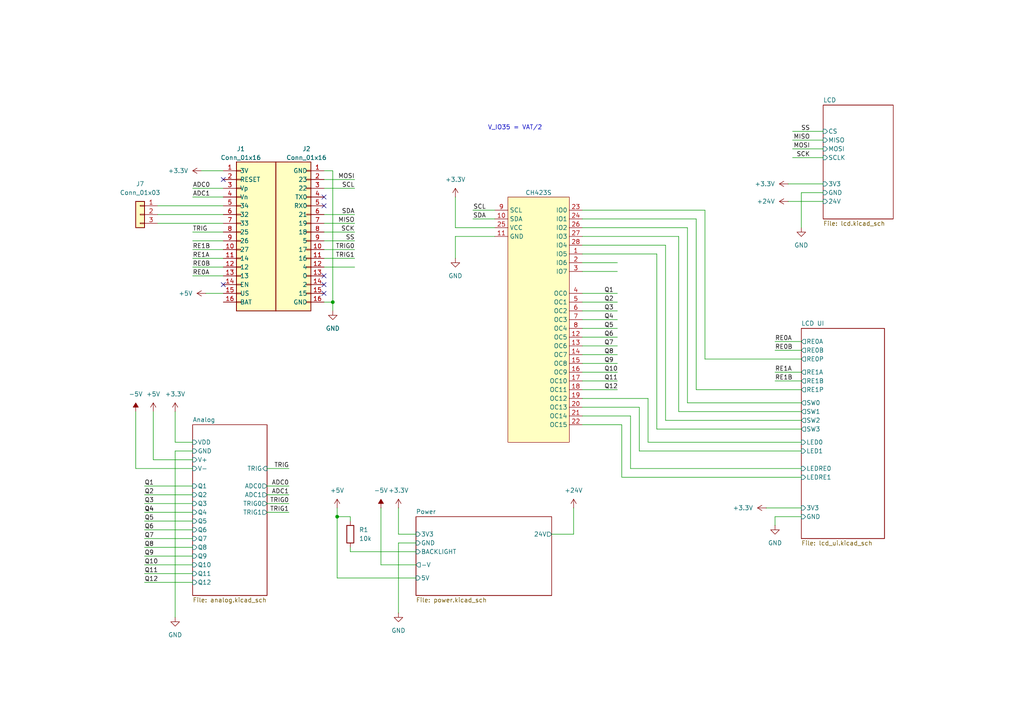
<source format=kicad_sch>
(kicad_sch (version 20250114) (generator "eeschema") (generator_version "9.0")
  (paper "A4")
  (lib_symbols
    (symbol "Conn_01x16_1" (pin_names (offset 1.016))
      (property "Reference" "J5" (at 0 24.13 0))
      (property "Value" "Conn_01x16" (at 0 21.59 0))
      (symbol "Conn_01x16_1_1_1"
        (rectangle (start -1.27 20.32) (end 10.16 -22.86) (stroke (width 0.254)) (fill (type background)))
        (rectangle (start -1.27 17.907) (end 0 17.653) (stroke (width 0.1524)))
        (rectangle (start -1.27 15.367) (end 0 15.113) (stroke (width 0.1524)))
        (rectangle (start -1.27 12.827) (end 0 12.573) (stroke (width 0.1524)))
        (rectangle (start -1.27 10.287) (end 0 10.033) (stroke (width 0.1524)))
        (rectangle (start -1.27 7.747) (end 0 7.493) (stroke (width 0.1524)))
        (rectangle (start -1.27 5.207) (end 0 4.953) (stroke (width 0.1524)))
        (rectangle (start -1.27 2.667) (end 0 2.413) (stroke (width 0.1524)))
        (rectangle (start -1.27 0.127) (end 0 -0.127) (stroke (width 0.1524)))
        (rectangle (start -1.27 -2.413) (end 0 -2.667) (stroke (width 0.1524)))
        (rectangle (start -1.27 -4.953) (end 0 -5.207) (stroke (width 0.1524)))
        (rectangle (start -1.27 -7.493) (end 0 -7.747) (stroke (width 0.1524)))
        (rectangle (start -1.27 -10.033) (end 0 -10.287) (stroke (width 0.1524)))
        (rectangle (start -1.27 -12.573) (end 0 -12.827) (stroke (width 0.1524)))
        (rectangle (start -1.27 -15.113) (end 0 -15.367) (stroke (width 0.1524)))
        (rectangle (start -1.27 -17.653) (end 0 -17.907) (stroke (width 0.1524)))
        (rectangle (start -1.27 -20.193) (end 0 -20.447) (stroke (width 0.1524)))
        (pin passive line (at -5.08 17.78 0) (length 3.81) (name "3V") (number "1"))
        (pin passive line (at -5.08 15.24 0) (length 3.81) (name "RESET") (number "2"))
        (pin passive line (at -5.08 12.7 0) (length 3.81) (name "Vp") (number "3"))
        (pin passive line (at -5.08 10.16 0) (length 3.81) (name "Vn") (number "4"))
        (pin passive line (at -5.08 7.62 0) (length 3.81) (name "34") (number "5"))
        (pin passive line (at -5.08 5.08 0) (length 3.81) (name "32") (number "6"))
        (pin passive line (at -5.08 2.54 0) (length 3.81) (name "33") (number "7"))
        (pin passive line (at -5.08 0 0) (length 3.81) (name "25") (number "8"))
        (pin passive line (at -5.08 -2.54 0) (length 3.81) (name "26") (number "9"))
        (pin passive line (at -5.08 -5.08 0) (length 3.81) (name "27") (number "10"))
        (pin passive line (at -5.08 -7.62 0) (length 3.81) (name "14") (number "11"))
        (pin passive line (at -5.08 -10.16 0) (length 3.81) (name "12") (number "12"))
        (pin passive line (at -5.08 -12.7 0) (length 3.81) (name "13") (number "13"))
        (pin passive line (at -5.08 -15.24 0) (length 3.81) (name "EN") (number "14"))
        (pin passive line (at -5.08 -17.78 0) (length 3.81) (name "US") (number "15"))
        (pin passive line (at -5.08 -20.32 0) (length 3.81) (name "BAT") (number "16"))
      )
    )
    (symbol "Connector_Generic:Conn_01x03" (pin_names (offset 1.016) (hide yes))
      (property "Reference" "J" (at 0 5.08 0))
      (property "Value" "Conn_01x03" (at 0 -5.08 0))
      (symbol "Conn_01x03_1_1"
        (rectangle (start -1.27 3.81) (end 1.27 -3.81) (stroke (width 0.254)) (fill (type background)))
        (rectangle (start -1.27 2.667) (end 0 2.413) (stroke (width 0.1524)))
        (rectangle (start -1.27 0.127) (end 0 -0.127) (stroke (width 0.1524)))
        (rectangle (start -1.27 -2.413) (end 0 -2.667) (stroke (width 0.1524)))
        (pin passive line (at -5.08 2.54 0) (length 3.81) (name "Pin_1") (number "1"))
        (pin passive line (at -5.08 0 0) (length 3.81) (name "Pin_2") (number "2"))
        (pin passive line (at -5.08 -2.54 0) (length 3.81) (name "Pin_3") (number "3"))
      )
    )
    (symbol "Connector_Generic:Conn_01x16" (pin_names (offset 1.016))
      (property "Reference" "J6" (at 0 24.13 0))
      (property "Value" "Conn_01x16" (at 0 21.59 0))
      (symbol "Conn_01x16_1_1"
        (rectangle (start -1.27 20.32) (end 8.89 -22.86) (stroke (width 0.254)) (fill (type background)))
        (rectangle (start -1.27 17.907) (end 0 17.653) (stroke (width 0.1524)))
        (rectangle (start -1.27 15.367) (end 0 15.113) (stroke (width 0.1524)))
        (rectangle (start -1.27 12.827) (end 0 12.573) (stroke (width 0.1524)))
        (rectangle (start -1.27 10.287) (end 0 10.033) (stroke (width 0.1524)))
        (rectangle (start -1.27 7.747) (end 0 7.493) (stroke (width 0.1524)))
        (rectangle (start -1.27 5.207) (end 0 4.953) (stroke (width 0.1524)))
        (rectangle (start -1.27 2.667) (end 0 2.413) (stroke (width 0.1524)))
        (rectangle (start -1.27 0.127) (end 0 -0.127) (stroke (width 0.1524)))
        (rectangle (start -1.27 -2.413) (end 0 -2.667) (stroke (width 0.1524)))
        (rectangle (start -1.27 -4.953) (end 0 -5.207) (stroke (width 0.1524)))
        (rectangle (start -1.27 -7.493) (end 0 -7.747) (stroke (width 0.1524)))
        (rectangle (start -1.27 -10.033) (end 0 -10.287) (stroke (width 0.1524)))
        (rectangle (start -1.27 -12.573) (end 0 -12.827) (stroke (width 0.1524)))
        (rectangle (start -1.27 -15.113) (end 0 -15.367) (stroke (width 0.1524)))
        (rectangle (start -1.27 -17.653) (end 0 -17.907) (stroke (width 0.1524)))
        (rectangle (start -1.27 -20.193) (end 0 -20.447) (stroke (width 0.1524)))
        (pin passive line (at -5.08 17.78 0) (length 3.81) (name "GND") (number "1"))
        (pin passive line (at -5.08 15.24 0) (length 3.81) (name "23") (number "2"))
        (pin passive line (at -5.08 12.7 0) (length 3.81) (name "22") (number "3"))
        (pin passive line (at -5.08 10.16 0) (length 3.81) (name "TX0") (number "4"))
        (pin passive line (at -5.08 7.62 0) (length 3.81) (name "RX0") (number "5"))
        (pin passive line (at -5.08 5.08 0) (length 3.81) (name "21") (number "6"))
        (pin passive line (at -5.08 2.54 0) (length 3.81) (name "19") (number "7"))
        (pin passive line (at -5.08 0 0) (length 3.81) (name "18") (number "8"))
        (pin passive line (at -5.08 -2.54 0) (length 3.81) (name "5") (number "9"))
        (pin passive line (at -5.08 -5.08 0) (length 3.81) (name "17") (number "10"))
        (pin passive line (at -5.08 -7.62 0) (length 3.81) (name "16") (number "11"))
        (pin passive line (at -5.08 -10.16 0) (length 3.81) (name "4") (number "12"))
        (pin passive line (at -5.08 -12.7 0) (length 3.81) (name "0") (number "13"))
        (pin passive line (at -5.08 -15.24 0) (length 3.81) (name "2") (number "14"))
        (pin passive line (at -5.08 -17.78 0) (length 3.81) (name "15") (number "15"))
        (pin passive line (at -5.08 -20.32 0) (length 3.81) (name "GND") (number "16"))
      )
    )
    (symbol "Device:R" (pin_numbers (hide yes)) (pin_names (offset 0))
      (property "Reference" "R" (at 2.032 0 90))
      (property "Value" "R" (at 0 0 90))
      (symbol "R_0_1"
        (rectangle (start -1.016 -2.54) (end 1.016 2.54) (stroke (width 0.254)))
      )
      (symbol "R_1_1"
        (pin passive line (at 0 3.81 270) (length 1.27) (name "~") (number "1"))
        (pin passive line (at 0 -3.81 90) (length 1.27) (name "~") (number "2"))
      )
    )
    (symbol "giho_user:CH423s"
      (symbol "CH423s_1_0"
        (pin bidirectional line (at -12.7 -8.89 0) (length 3.81) (name "SDA") (number "10"))
      )
      (symbol "CH423s_1_1"
        (rectangle (start -8.89 -2.54) (end 8.89 -73.66) (fill (type background)))
        (pin bidirectional line (at -12.7 -6.35 0) (length 3.81) (name "SCL") (number "9"))
        (pin power_in line (at -12.7 -11.43 0) (length 3.81) (name "VCC") (number "25"))
        (pin power_in line (at -12.7 -13.97 0) (length 3.81) (name "GND") (number "11"))
        (pin bidirectional line (at 12.7 -6.35 180) (length 3.81) (name "IO0") (number "23"))
        (pin bidirectional line (at 12.7 -8.89 180) (length 3.81) (name "IO1") (number "24"))
        (pin bidirectional line (at 12.7 -11.43 180) (length 3.81) (name "IO2") (number "26"))
        (pin bidirectional line (at 12.7 -13.97 180) (length 3.81) (name "IO3") (number "27"))
        (pin bidirectional line (at 12.7 -16.51 180) (length 3.81) (name "IO4") (number "28"))
        (pin bidirectional line (at 12.7 -19.05 180) (length 3.81) (name "IO5") (number "1"))
        (pin bidirectional line (at 12.7 -21.59 180) (length 3.81) (name "IO6") (number "2"))
        (pin bidirectional line (at 12.7 -24.13 180) (length 3.81) (name "IO7") (number "3"))
        (pin output line (at 12.7 -30.48 180) (length 3.81) (name "OC0") (number "4"))
        (pin output line (at 12.7 -33.02 180) (length 3.81) (name "OC1") (number "5"))
        (pin output line (at 12.7 -35.56 180) (length 3.81) (name "OC2") (number "6"))
        (pin output line (at 12.7 -38.1 180) (length 3.81) (name "OC3") (number "7"))
        (pin output line (at 12.7 -40.64 180) (length 3.81) (name "OC4") (number "8"))
        (pin output line (at 12.7 -43.18 180) (length 3.81) (name "OC5") (number "12"))
        (pin output line (at 12.7 -45.72 180) (length 3.81) (name "OC6") (number "13"))
        (pin output line (at 12.7 -48.26 180) (length 3.81) (name "OC7") (number "14"))
        (pin output line (at 12.7 -50.8 180) (length 3.81) (name "OC8") (number "15"))
        (pin output line (at 12.7 -53.34 180) (length 3.81) (name "OC9") (number "16"))
        (pin output line (at 12.7 -55.88 180) (length 3.81) (name "OC10") (number "17"))
        (pin output line (at 12.7 -58.42 180) (length 3.81) (name "OC11") (number "18"))
        (pin output line (at 12.7 -60.96 180) (length 3.81) (name "OC12") (number "19"))
        (pin output line (at 12.7 -63.5 180) (length 3.81) (name "OC13") (number "20"))
        (pin output line (at 12.7 -66.04 180) (length 3.81) (name "OC14") (number "21"))
        (pin output line (at 12.7 -68.58 180) (length 3.81) (name "OC15") (number "22"))
      )
    )
    (symbol "power:+24V" (power) (pin_numbers (hide yes)) (pin_names (offset 0) (hide yes))
      (property "Value" "+24V" (at 0 3.556 0))
      (symbol "+24V_0_1"
        (polyline (pts (xy -0.762 1.27) (xy 0 2.54)))
        (polyline (pts (xy 0 2.54) (xy 0.762 1.27)))
        (polyline (pts (xy 0 0) (xy 0 2.54)))
      )
      (symbol "+24V_1_1"
        (pin power_in line (at 0 0 90) (length 0) (name "~") (number "1"))
      )
    )
    (symbol "power:+3.3V" (power) (pin_numbers (hide yes)) (pin_names (offset 0) (hide yes))
      (property "Value" "+3.3V" (at 0 3.556 0))
      (symbol "+3.3V_0_1"
        (polyline (pts (xy -0.762 1.27) (xy 0 2.54)))
        (polyline (pts (xy 0 2.54) (xy 0.762 1.27)))
        (polyline (pts (xy 0 0) (xy 0 2.54)))
      )
      (symbol "+3.3V_1_1"
        (pin power_in line (at 0 0 90) (length 0) (name "~") (number "1"))
      )
    )
    (symbol "power:+5V" (power) (pin_numbers (hide yes)) (pin_names (offset 0) (hide yes))
      (property "Value" "+5V" (at 0 3.556 0))
      (symbol "+5V_0_1"
        (polyline (pts (xy -0.762 1.27) (xy 0 2.54)))
        (polyline (pts (xy 0 2.54) (xy 0.762 1.27)))
        (polyline (pts (xy 0 0) (xy 0 2.54)))
      )
      (symbol "+5V_1_1"
        (pin power_in line (at 0 0 90) (length 0) (name "~") (number "1"))
      )
    )
    (symbol "power:-5V" (power) (pin_numbers (hide yes)) (pin_names (offset 0) (hide yes))
      (property "Value" "-5V" (at 0 3.556 0))
      (symbol "-5V_0_0"
        (pin power_in line (at 0 0 90) (length 0) (name "~") (number "1"))
      )
      (symbol "-5V_0_1"
        (polyline (pts (xy 0 0) (xy 0 1.27) (xy 0.762 1.27) (xy 0 2.54) (xy -0.762 1.27) (xy 0 1.27)) (fill (type outline)))
      )
    )
    (symbol "power:GND" (power) (pin_numbers (hide yes)) (pin_names (offset 0) (hide yes))
      (property "Value" "GND" (at 0 -3.81 0))
      (symbol "GND_0_1"
        (polyline (pts (xy 0 0) (xy 0 -1.27) (xy 1.27 -1.27) (xy 0 -2.54) (xy -1.27 -1.27) (xy 0 -1.27)))
      )
      (symbol "GND_1_1"
        (pin power_in line (at 0 0 270) (length 0) (name "~") (number "1"))
      )
    )
  )
  (text "V_IO35 = VAT/2\n" (at 141.478 37.084 0) (effects (font (size 1.27 1.27)) (justify left)))
  (junction (at 97.79 149.86))
  (junction (at 96.52 87.63))
  (no_connect (at 64.77 52.07))
  (no_connect (at 64.77 82.55))
  (no_connect (at 93.98 85.09))
  (no_connect (at 93.98 59.69))
  (no_connect (at 93.98 80.01))
  (no_connect (at 93.98 82.55))
  (no_connect (at 93.98 57.15))
  (wire (pts (xy 187.96 115.57) (xy 187.96 128.27)))
  (wire (pts (xy 168.91 85.09) (xy 179.07 85.09)))
  (wire (pts (xy 168.91 105.41) (xy 179.07 105.41)))
  (wire (pts (xy 93.98 69.85) (xy 102.87 69.85)))
  (wire (pts (xy 101.6 160.02) (xy 101.6 158.75)))
  (wire (pts (xy 180.34 123.19) (xy 180.34 138.43)))
  (wire (pts (xy 55.88 74.93) (xy 64.77 74.93)))
  (wire (pts (xy 168.91 76.2) (xy 179.07 76.2)))
  (wire (pts (xy 168.91 73.66) (xy 190.5 73.66)))
  (wire (pts (xy 58.42 49.53) (xy 64.77 49.53)))
  (wire (pts (xy 196.85 119.38) (xy 232.41 119.38)))
  (wire (pts (xy 232.41 66.04) (xy 232.41 55.88)))
  (wire (pts (xy 97.79 149.86) (xy 97.79 167.64)))
  (wire (pts (xy 137.16 60.96) (xy 143.51 60.96)))
  (wire (pts (xy 229.87 45.72) (xy 238.76 45.72)))
  (wire (pts (xy 199.39 116.84) (xy 199.39 66.04)))
  (wire (pts (xy 224.79 99.06) (xy 232.41 99.06)))
  (wire (pts (xy 120.65 154.94) (xy 115.57 154.94)))
  (wire (pts (xy 168.91 78.74) (xy 179.07 78.74)))
  (wire (pts (xy 101.6 149.86) (xy 97.79 149.86)))
  (wire (pts (xy 185.42 130.81) (xy 185.42 118.11)))
  (wire (pts (xy 120.65 157.48) (xy 115.57 157.48)))
  (wire (pts (xy 96.52 90.17) (xy 96.52 87.63)))
  (wire (pts (xy 168.91 63.5) (xy 201.93 63.5)))
  (wire (pts (xy 41.91 146.05) (xy 55.88 146.05)))
  (wire (pts (xy 55.88 54.61) (xy 64.77 54.61)))
  (wire (pts (xy 97.79 167.64) (xy 120.65 167.64)))
  (wire (pts (xy 132.08 74.93) (xy 132.08 68.58)))
  (wire (pts (xy 229.87 38.1) (xy 238.76 38.1)))
  (wire (pts (xy 168.91 102.87) (xy 179.07 102.87)))
  (wire (pts (xy 97.79 147.32) (xy 97.79 149.86)))
  (wire (pts (xy 110.49 163.83) (xy 120.65 163.83)))
  (wire (pts (xy 193.04 121.92) (xy 232.41 121.92)))
  (wire (pts (xy 232.41 55.88) (xy 238.76 55.88)))
  (wire (pts (xy 132.08 66.04) (xy 143.51 66.04)))
  (wire (pts (xy 185.42 130.81) (xy 232.41 130.81)))
  (wire (pts (xy 41.91 161.29) (xy 55.88 161.29)))
  (wire (pts (xy 77.47 146.05) (xy 83.82 146.05)))
  (wire (pts (xy 45.72 64.77) (xy 64.77 64.77)))
  (wire (pts (xy 45.72 59.69) (xy 64.77 59.69)))
  (wire (pts (xy 190.5 73.66) (xy 190.5 124.46)))
  (wire (pts (xy 93.98 54.61) (xy 102.87 54.61)))
  (wire (pts (xy 132.08 57.15) (xy 132.08 66.04)))
  (wire (pts (xy 41.91 140.97) (xy 55.88 140.97)))
  (wire (pts (xy 196.85 68.58) (xy 196.85 119.38)))
  (wire (pts (xy 93.98 62.23) (xy 102.87 62.23)))
  (wire (pts (xy 187.96 128.27) (xy 232.41 128.27)))
  (wire (pts (xy 229.87 43.18) (xy 238.76 43.18)))
  (wire (pts (xy 101.6 160.02) (xy 120.65 160.02)))
  (wire (pts (xy 77.47 135.89) (xy 83.82 135.89)))
  (wire (pts (xy 41.91 168.91) (xy 55.88 168.91)))
  (wire (pts (xy 168.91 120.65) (xy 182.88 120.65)))
  (wire (pts (xy 168.91 115.57) (xy 187.96 115.57)))
  (wire (pts (xy 182.88 120.65) (xy 182.88 135.89)))
  (wire (pts (xy 193.04 121.92) (xy 193.04 71.12)))
  (wire (pts (xy 201.93 63.5) (xy 201.93 113.03)))
  (wire (pts (xy 77.47 143.51) (xy 83.82 143.51)))
  (wire (pts (xy 168.91 71.12) (xy 193.04 71.12)))
  (wire (pts (xy 55.88 67.31) (xy 64.77 67.31)))
  (wire (pts (xy 55.88 77.47) (xy 64.77 77.47)))
  (wire (pts (xy 168.91 118.11) (xy 185.42 118.11)))
  (wire (pts (xy 110.49 147.32) (xy 110.49 163.83)))
  (wire (pts (xy 50.8 128.27) (xy 50.8 119.38)))
  (wire (pts (xy 115.57 154.94) (xy 115.57 147.32)))
  (wire (pts (xy 41.91 153.67) (xy 55.88 153.67)))
  (wire (pts (xy 41.91 156.21) (xy 55.88 156.21)))
  (wire (pts (xy 77.47 140.97) (xy 83.82 140.97)))
  (wire (pts (xy 168.91 87.63) (xy 179.07 87.63)))
  (wire (pts (xy 55.88 133.35) (xy 44.45 133.35)))
  (wire (pts (xy 224.79 101.6) (xy 232.41 101.6)))
  (wire (pts (xy 168.91 66.04) (xy 199.39 66.04)))
  (wire (pts (xy 224.79 107.95) (xy 232.41 107.95)))
  (wire (pts (xy 39.37 135.89) (xy 55.88 135.89)))
  (wire (pts (xy 182.88 135.89) (xy 232.41 135.89)))
  (wire (pts (xy 201.93 113.03) (xy 232.41 113.03)))
  (wire (pts (xy 168.91 60.96) (xy 204.47 60.96)))
  (wire (pts (xy 168.91 107.95) (xy 179.07 107.95)))
  (wire (pts (xy 93.98 74.93) (xy 102.87 74.93)))
  (wire (pts (xy 45.72 62.23) (xy 64.77 62.23)))
  (wire (pts (xy 137.16 63.5) (xy 143.51 63.5)))
  (wire (pts (xy 96.52 87.63) (xy 93.98 87.63)))
  (wire (pts (xy 55.88 69.85) (xy 64.77 69.85)))
  (wire (pts (xy 41.91 158.75) (xy 55.88 158.75)))
  (wire (pts (xy 168.91 97.79) (xy 179.07 97.79)))
  (wire (pts (xy 55.88 80.01) (xy 64.77 80.01)))
  (wire (pts (xy 204.47 104.14) (xy 232.41 104.14)))
  (wire (pts (xy 168.91 113.03) (xy 179.07 113.03)))
  (wire (pts (xy 132.08 68.58) (xy 143.51 68.58)))
  (wire (pts (xy 168.91 100.33) (xy 179.07 100.33)))
  (wire (pts (xy 41.91 166.37) (xy 55.88 166.37)))
  (wire (pts (xy 168.91 92.71) (xy 179.07 92.71)))
  (wire (pts (xy 93.98 52.07) (xy 102.87 52.07)))
  (wire (pts (xy 190.5 124.46) (xy 232.41 124.46)))
  (wire (pts (xy 96.52 49.53) (xy 93.98 49.53)))
  (wire (pts (xy 168.91 110.49) (xy 179.07 110.49)))
  (wire (pts (xy 41.91 163.83) (xy 55.88 163.83)))
  (wire (pts (xy 168.91 95.25) (xy 179.07 95.25)))
  (wire (pts (xy 55.88 128.27) (xy 50.8 128.27)))
  (wire (pts (xy 41.91 148.59) (xy 55.88 148.59)))
  (wire (pts (xy 204.47 104.14) (xy 204.47 60.96)))
  (wire (pts (xy 55.88 130.81) (xy 50.8 130.81)))
  (wire (pts (xy 166.37 147.32) (xy 166.37 154.94)))
  (wire (pts (xy 199.39 116.84) (xy 232.41 116.84)))
  (wire (pts (xy 228.6 53.34) (xy 238.76 53.34)))
  (wire (pts (xy 93.98 64.77) (xy 102.87 64.77)))
  (wire (pts (xy 93.98 67.31) (xy 102.87 67.31)))
  (wire (pts (xy 77.47 148.59) (xy 83.82 148.59)))
  (wire (pts (xy 59.69 85.09) (xy 64.77 85.09)))
  (wire (pts (xy 101.6 151.13) (xy 101.6 149.86)))
  (wire (pts (xy 166.37 154.94) (xy 160.02 154.94)))
  (wire (pts (xy 224.79 149.86) (xy 232.41 149.86)))
  (wire (pts (xy 180.34 138.43) (xy 232.41 138.43)))
  (wire (pts (xy 55.88 72.39) (xy 64.77 72.39)))
  (wire (pts (xy 224.79 149.86) (xy 224.79 152.4)))
  (wire (pts (xy 115.57 157.48) (xy 115.57 177.8)))
  (wire (pts (xy 168.91 68.58) (xy 196.85 68.58)))
  (wire (pts (xy 224.79 110.49) (xy 232.41 110.49)))
  (wire (pts (xy 229.87 40.64) (xy 238.76 40.64)))
  (wire (pts (xy 44.45 133.35) (xy 44.45 119.38)))
  (wire (pts (xy 93.98 72.39) (xy 102.87 72.39)))
  (wire (pts (xy 168.91 90.17) (xy 179.07 90.17)))
  (wire (pts (xy 41.91 143.51) (xy 55.88 143.51)))
  (wire (pts (xy 96.52 87.63) (xy 96.52 49.53)))
  (wire (pts (xy 228.6 58.42) (xy 238.76 58.42)))
  (wire (pts (xy 50.8 130.81) (xy 50.8 179.07)))
  (wire (pts (xy 39.37 119.38) (xy 39.37 135.89)))
  (wire (pts (xy 168.91 123.19) (xy 180.34 123.19)))
  (wire (pts (xy 41.91 151.13) (xy 55.88 151.13)))
  (wire (pts (xy 55.88 57.15) (xy 64.77 57.15)))
  (wire (pts (xy 222.25 147.32) (xy 232.41 147.32)))
  (wire (pts (xy 93.98 77.47) (xy 102.87 77.47)))
  (label "Q7" (at 41.91 156.21 0))
  (label "Q2" (at 41.91 143.51 0))
  (label "ADC1" (at 83.82 143.51 180))
  (label "Q1" (at 41.91 140.97 0))
  (label "Q8" (at 41.91 158.75 0))
  (label "RE0B" (at 55.88 77.47 0))
  (label "SCL" (at 140.97 60.96 180))
  (label "Q5" (at 41.91 151.13 0))
  (label "Q11" (at 41.91 166.37 0))
  (label "SDA" (at 102.87 62.23 180))
  (label "ADC0" (at 60.96 54.61 180))
  (label "RE1A" (at 224.79 107.95 0))
  (label "MOSI" (at 234.95 43.18 180))
  (label "TRIG" (at 83.82 135.89 180))
  (label "ADC1" (at 60.96 57.15 180))
  (label "SS" (at 234.95 38.1 180))
  (label "Q5" (at 175.26 95.25 0))
  (label "SCL" (at 102.87 54.61 180))
  (label "Q10" (at 41.91 163.83 0))
  (label "SDA" (at 140.97 63.5 180))
  (label "RE0A" (at 55.88 80.01 0))
  (label "MISO" (at 234.95 40.64 180))
  (label "TRIG0" (at 83.82 146.05 180))
  (label "Q7" (at 175.26 100.33 0))
  (label "MOSI" (at 102.87 52.07 180))
  (label "RE1B" (at 55.88 72.39 0))
  (label "Q9" (at 41.91 161.29 0))
  (label "SCK" (at 102.87 67.31 180))
  (label "Q4" (at 41.91 148.59 0))
  (label "Q9" (at 175.26 105.41 0))
  (label "Q3" (at 175.26 90.17 0))
  (label "Q1" (at 175.26 85.09 0))
  (label "Q11" (at 175.26 110.49 0))
  (label "Q4" (at 175.26 92.71 0))
  (label "SS" (at 102.87 69.85 180))
  (label "ADC0" (at 83.82 140.97 180))
  (label "MISO" (at 102.87 64.77 180))
  (label "Q8" (at 175.26 102.87 0))
  (label "TRIG1" (at 102.87 74.93 180))
  (label "Q12" (at 175.26 113.03 0))
  (label "TRIG" (at 55.88 67.31 0))
  (label "Q6" (at 41.91 153.67 0))
  (label "Q4" (at 41.91 148.59 0))
  (label "RE1A" (at 55.88 74.93 0))
  (label "Q3" (at 41.91 146.05 0))
  (label "Q12" (at 41.91 168.91 0))
  (label "Q10" (at 175.26 107.95 0))
  (label "RE1B" (at 224.79 110.49 0))
  (label "RE0B" (at 224.79 101.6 0))
  (label "TRIG0" (at 102.87 72.39 180))
  (label "Q2" (at 175.26 87.63 0))
  (label "TRIG1" (at 83.82 148.59 180))
  (label "RE0A" (at 224.79 99.06 0))
  (label "SCK" (at 234.95 45.72 180))
  (label "Q6" (at 175.26 97.79 0))
  (symbol (lib_id "Connector_Generic:Conn_01x03") (at 40.64 62.23 0) (mirror y) (unit 1)
    (property "Reference" "J7" (at 40.64 53.34 0))
    (property "Value" "Conn_01x03" (at 40.64 55.88 0))
    (property "Footprint" "Connector_PinHeader_2.54mm:PinHeader_1x03_P2.54mm_Vertical" (effects (hide yes)))
    (property "Description" "Generic connector, single row, 01x03, script generated (kicad-library-utils/schlib/autogen/connector/)" (effects (hide yes)))
  )
  (symbol (lib_id "power:+3.3V") (at 222.25 147.32 90) (unit 1)
    (property "Reference" "#PWR015" (effects (hide yes)))
    (property "Value" "+3.3V" (at 218.44 147.3199 90) (effects (justify left)))
    (property "Description" "Power symbol creates a global label with name \"+3.3V\"" (effects (hide yes)))
  )
  (symbol (lib_id "Device:R") (at 101.6 154.94 0) (unit 1)
    (property "Reference" "R1" (at 104.14 153.6699 0) (effects (justify left)))
    (property "Value" "10k" (at 104.14 156.2099 0) (effects (justify left)))
    (property "Footprint" "Resistor_SMD:R_0402_1005Metric_Pad0.72x0.64mm_HandSolder" (effects (hide yes)))
    (property "Description" "Resistor" (effects (hide yes)))
  )
  (symbol (lib_id "power:+24V") (at 228.6 58.42 90) (unit 1)
    (property "Reference" "#PWR018" (effects (hide yes)))
    (property "Value" "+24V" (at 224.79 58.4199 90) (effects (justify left)))
    (property "Description" "Power symbol creates a global label with name \"+24V\"" (effects (hide yes)))
  )
  (symbol (lib_id "power:GND") (at 50.8 179.07 0) (mirror y) (unit 1)
    (property "Reference" "#PWR04" (effects (hide yes)))
    (property "Value" "GND" (at 50.8 184.15 0))
    (property "Description" "Power symbol creates a global label with name \"GND\" , ground" (effects (hide yes)))
  )
  (symbol (lib_id "power:+5V") (at 59.69 85.09 90) (unit 1)
    (property "Reference" "#PWR06" (effects (hide yes)))
    (property "Value" "+5V" (at 55.88 85.0899 90) (effects (justify left)))
    (property "Description" "Power symbol creates a global label with name \"+5V\"" (effects (hide yes)))
  )
  (symbol (lib_id "power:GND") (at 115.57 177.8 0) (mirror y) (unit 1)
    (property "Reference" "#PWR011" (effects (hide yes)))
    (property "Value" "GND" (at 115.57 182.88 0))
    (property "Description" "Power symbol creates a global label with name \"GND\" , ground" (effects (hide yes)))
  )
  (symbol (lib_id "giho_user:CH423s") (at 156.21 54.61 0) (unit 1)
    (property "Reference" "U1" (effects (hide yes)))
    (property "Value" "CH423S" (at 156.21 55.88 0))
    (property "Footprint" "Package_SO:SOP-28_8.4x18.16mm_P1.27mm" (effects (hide yes)))
  )
  (symbol (lib_id "power:+5V") (at 44.45 119.38 0) (unit 1)
    (property "Reference" "#PWR02" (effects (hide yes)))
    (property "Value" "+5V" (at 44.45 114.3 0))
    (property "Description" "Power symbol creates a global label with name \"+5V\"" (effects (hide yes)))
  )
  (symbol (lib_id "power:GND") (at 132.08 74.93 0) (mirror y) (unit 1)
    (property "Reference" "#PWR013" (effects (hide yes)))
    (property "Value" "GND" (at 132.08 80.01 0))
    (property "Description" "Power symbol creates a global label with name \"GND\" , ground" (effects (hide yes)))
  )
  (symbol (lib_id "power:+24V") (at 166.37 147.32 0) (unit 1)
    (property "Reference" "#PWR014" (effects (hide yes)))
    (property "Value" "+24V" (at 166.37 142.24 0))
    (property "Description" "Power symbol creates a global label with name \"+24V\"" (effects (hide yes)))
  )
  (symbol (lib_id "power:+5V") (at 97.79 147.32 0) (unit 1)
    (property "Reference" "#PWR08" (effects (hide yes)))
    (property "Value" "+5V" (at 97.79 142.24 0))
    (property "Description" "Power symbol creates a global label with name \"+5V\"" (effects (hide yes)))
  )
  (symbol (lib_id "power:-5V") (at 110.49 147.32 0) (unit 1)
    (property "Reference" "#PWR09" (effects (hide yes)))
    (property "Value" "-5V" (at 110.49 142.24 0))
    (property "Description" "Power symbol creates a global label with name \"-5V\"" (effects (hide yes)))
  )
  (symbol (lib_id "power:+3.3V") (at 58.42 49.53 90) (unit 1)
    (property "Reference" "#PWR05" (effects (hide yes)))
    (property "Value" "+3.3V" (at 54.61 49.5299 90) (effects (justify left)))
    (property "Description" "Power symbol creates a global label with name \"+3.3V\"" (effects (hide yes)))
  )
  (symbol (lib_id "power:+3.3V") (at 132.08 57.15 0) (unit 1)
    (property "Reference" "#PWR012" (effects (hide yes)))
    (property "Value" "+3.3V" (at 132.08 52.07 0))
    (property "Description" "Power symbol creates a global label with name \"+3.3V\"" (effects (hide yes)))
  )
  (symbol (lib_id "Connector_Generic:Conn_01x16") (at 88.9 67.31 0) (mirror y) (unit 1)
    (property "Reference" "J2" (at 88.9 43.18 0))
    (property "Value" "Conn_01x16" (at 88.9 45.72 0))
    (property "Footprint" "Connector_PinSocket_2.54mm:PinSocket_1x16_P2.54mm_Vertical" (effects (hide yes)))
    (property "Description" "Generic connector, single row, 01x16, script generated (kicad-library-utils/schlib/autogen/connector/)" (effects (hide yes)))
  )
  (symbol (lib_name "Conn_01x16_1") (lib_id "Connector_Generic:Conn_01x16") (at 69.85 67.31 0) (unit 1)
    (property "Reference" "J1" (at 69.85 43.18 0))
    (property "Value" "Conn_01x16" (at 69.85 45.72 0))
    (property "Footprint" "Connector_PinSocket_2.54mm:PinSocket_1x16_P2.54mm_Vertical" (effects (hide yes)))
    (property "Description" "Generic connector, single row, 01x16, script generated (kicad-library-utils/schlib/autogen/connector/)" (effects (hide yes)))
  )
  (symbol (lib_id "power:GND") (at 224.79 152.4 0) (mirror y) (unit 1)
    (property "Reference" "#PWR016" (effects (hide yes)))
    (property "Value" "GND" (at 224.79 157.48 0))
    (property "Description" "Power symbol creates a global label with name \"GND\" , ground" (effects (hide yes)))
  )
  (symbol (lib_id "power:+3.3V") (at 50.8 119.38 0) (unit 1)
    (property "Reference" "#PWR03" (effects (hide yes)))
    (property "Value" "+3.3V" (at 50.8 114.3 0))
    (property "Description" "Power symbol creates a global label with name \"+3.3V\"" (effects (hide yes)))
  )
  (symbol (lib_id "power:+3.3V") (at 115.57 147.32 0) (unit 1)
    (property "Reference" "#PWR010" (effects (hide yes)))
    (property "Value" "+3.3V" (at 115.57 142.24 0))
    (property "Description" "Power symbol creates a global label with name \"+3.3V\"" (effects (hide yes)))
  )
  (symbol (lib_id "power:-5V") (at 39.37 119.38 0) (unit 1)
    (property "Reference" "#PWR01" (effects (hide yes)))
    (property "Value" "-5V" (at 39.37 114.3 0))
    (property "Description" "Power symbol creates a global label with name \"-5V\"" (effects (hide yes)))
  )
  (symbol (lib_id "power:GND") (at 96.52 90.17 0) (mirror y) (unit 1)
    (property "Reference" "#PWR07" (effects (hide yes)))
    (property "Value" "GND" (at 96.52 95.25 0))
    (property "Description" "Power symbol creates a global label with name \"GND\" , ground" (effects (hide yes)))
  )
  (symbol (lib_id "power:GND") (at 232.41 66.04 0) (mirror y) (unit 1)
    (property "Reference" "#PWR019" (effects (hide yes)))
    (property "Value" "GND" (at 232.41 71.12 0))
    (property "Description" "Power symbol creates a global label with name \"GND\" , ground" (effects (hide yes)))
  )
  (symbol (lib_id "power:+3.3V") (at 228.6 53.34 90) (unit 1)
    (property "Reference" "#PWR017" (effects (hide yes)))
    (property "Value" "+3.3V" (at 224.79 53.3399 90) (effects (justify left)))
    (property "Description" "Power symbol creates a global label with name \"+3.3V\"" (effects (hide yes)))
  )
  (sheet (at 55.88 123.19) (size 21.59 49.53) (stroke (width 0.1524))
    (property "Sheetname" "Analog" (at 55.88 122.4784 0) (effects (justify left bottom)))
    (property "Sheetfile" "analog.kicad_sch" (at 55.88 173.3046 0) (effects (justify left top)))
    (pin "ADC0" output (at 77.47 140.97 0))
    (pin "VDD" input (at 55.88 128.27 180))
    (pin "Q4" input (at 55.88 148.59 180))
    (pin "Q5" input (at 55.88 151.13 180))
    (pin "Q6" input (at 55.88 153.67 180))
    (pin "Q8" input (at 55.88 158.75 180))
    (pin "Q1" input (at 55.88 140.97 180))
    (pin "TRIG" input (at 77.47 135.89 0))
    (pin "Q9" input (at 55.88 161.29 180))
    (pin "Q7" input (at 55.88 156.21 180))
    (pin "Q10" input (at 55.88 163.83 180))
    (pin "Q11" input (at 55.88 166.37 180))
    (pin "Q12" input (at 55.88 168.91 180))
    (pin "V+" input (at 55.88 133.35 180))
    (pin "V-" input (at 55.88 135.89 180))
    (pin "ADC1" output (at 77.47 143.51 0))
    (pin "GND" input (at 55.88 130.81 180))
    (pin "TRIG1" output (at 77.47 148.59 0))
    (pin "Q2" input (at 55.88 143.51 180))
    (pin "TRIG0" output (at 77.47 146.05 0))
    (pin "Q3" input (at 55.88 146.05 180))
  )
  (sheet (at 238.76 30.48) (size 20.32 33.02) (stroke (width 0.1524))
    (property "Sheetname" "LCD" (at 238.76 29.7684 0) (effects (justify left bottom)))
    (property "Sheetfile" "lcd.kicad_sch" (at 238.76 64.0846 0) (effects (justify left top)))
    (pin "CS" input (at 238.76 38.1 180))
    (pin "MISO" input (at 238.76 40.64 180))
    (pin "MOSI" input (at 238.76 43.18 180))
    (pin "SCLK" input (at 238.76 45.72 180))
    (pin "3V3" input (at 238.76 53.34 180))
    (pin "GND" input (at 238.76 55.88 180))
    (pin "24V" input (at 238.76 58.42 180))
  )
  (sheet (at 232.41 95.25) (size 24.13 60.96) (stroke (width 0.1524))
    (property "Sheetname" "LCD UI" (at 232.41 94.5384 0) (effects (justify left bottom)))
    (property "Sheetfile" "lcd_ui.kicad_sch" (at 232.41 156.7946 0) (effects (justify left top)))
    (pin "LED0" input (at 232.41 128.27 180))
    (pin "LED1" input (at 232.41 130.81 180))
    (pin "LEDRE0" input (at 232.41 135.89 180))
    (pin "LEDRE1" input (at 232.41 138.43 180))
    (pin "RE0A" output (at 232.41 99.06 180))
    (pin "RE0B" output (at 232.41 101.6 180))
    (pin "RE0P" output (at 232.41 104.14 180))
    (pin "RE1A" output (at 232.41 107.95 180))
    (pin "RE1B" output (at 232.41 110.49 180))
    (pin "RE1P" output (at 232.41 113.03 180))
    (pin "SW0" output (at 232.41 116.84 180))
    (pin "SW1" output (at 232.41 119.38 180))
    (pin "SW2" output (at 232.41 121.92 180))
    (pin "SW3" output (at 232.41 124.46 180))
    (pin "3V3" input (at 232.41 147.32 180))
    (pin "GND" input (at 232.41 149.86 180))
  )
  (sheet (at 120.65 149.86) (size 39.37 22.86) (stroke (width 0.1524))
    (property "Sheetname" "Power" (at 120.65 149.1484 0) (effects (justify left bottom)))
    (property "Sheetfile" "power.kicad_sch" (at 120.65 173.3046 0) (effects (justify left top)))
    (pin "3V3" input (at 120.65 154.94 180))
    (pin "24V" output (at 160.02 154.94 0))
    (pin "GND" input (at 120.65 157.48 180))
    (pin "BACKLIGHT" input (at 120.65 160.02 180))
    (pin "-V" output (at 120.65 163.83 180))
    (pin "5V" input (at 120.65 167.64 180))
  )
)
</source>
